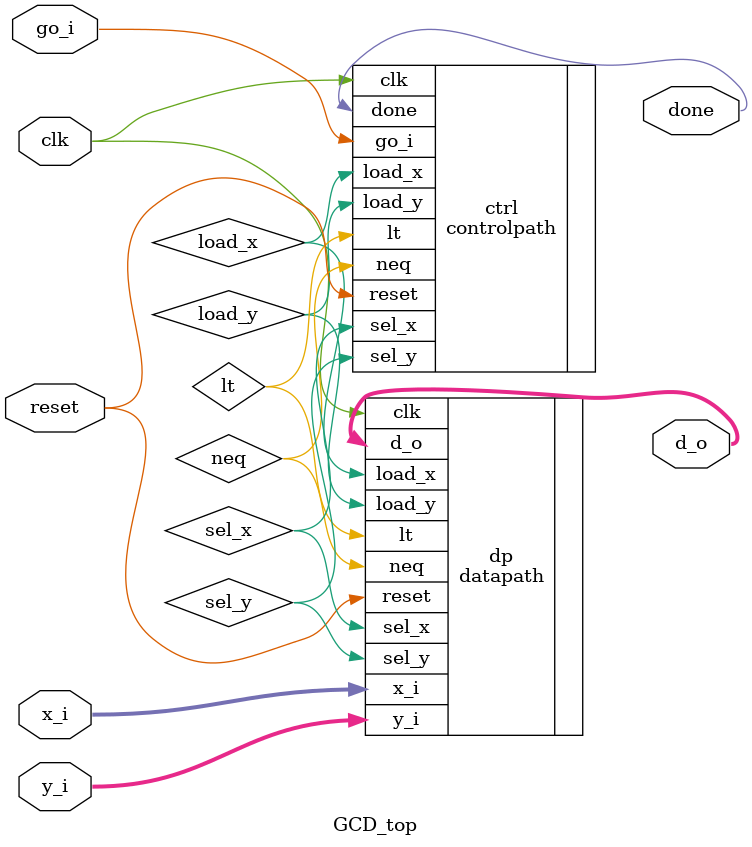
<source format=v>
`timescale 1ns / 1ps
module GCD_top (
    input clk, reset, go_i,
    input [3:0] x_i, y_i,
    output [3:0] d_o,
    output done
);
    wire load_x, load_y, sel_x, sel_y, neq, lt;

    controlpath ctrl (
        .clk(clk), .reset(reset), .go_i(go_i),
        .neq(neq), .lt(lt),
        .load_x(load_x), .load_y(load_y),
        .sel_x(sel_x), .sel_y(sel_y),
        .done(done)
    );

    datapath dp (
        .clk(clk), .reset(reset),
        .x_i(x_i), .y_i(y_i),
        .load_x(load_x), .load_y(load_y),
        .sel_x(sel_x), .sel_y(sel_y),
        .d_o(d_o), .neq(neq), .lt(lt)
    );
endmodule


</source>
